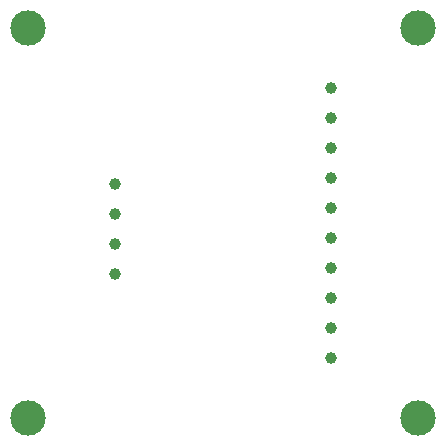
<source format=gbr>
%TF.GenerationSoftware,KiCad,Pcbnew,(6.0.4)*%
%TF.CreationDate,2022-07-17T12:51:17+02:00*%
%TF.ProjectId,usb_usart_CH340_full_5v,7573625f-7573-4617-9274-5f4348333430,rev?*%
%TF.SameCoordinates,PX47868c0PY2faf080*%
%TF.FileFunction,Plated,1,2,PTH,Drill*%
%TF.FilePolarity,Positive*%
%FSLAX46Y46*%
G04 Gerber Fmt 4.6, Leading zero omitted, Abs format (unit mm)*
G04 Created by KiCad (PCBNEW (6.0.4)) date 2022-07-17 12:51:17*
%MOMM*%
%LPD*%
G01*
G04 APERTURE LIST*
%TA.AperFunction,ComponentDrill*%
%ADD10C,1.000000*%
%TD*%
%TA.AperFunction,ComponentDrill*%
%ADD11C,3.000000*%
%TD*%
G04 APERTURE END LIST*
D10*
%TO.C,J1*%
X10875000Y-16680000D03*
X10875000Y-19220000D03*
X10875000Y-21760000D03*
X10875000Y-24300000D03*
%TO.C,J2*%
X29100000Y-8590000D03*
X29100000Y-11130000D03*
X29100000Y-13670000D03*
X29100000Y-16210000D03*
X29100000Y-18750000D03*
X29100000Y-21290000D03*
X29100000Y-23830000D03*
X29100000Y-26370000D03*
X29100000Y-28910000D03*
X29100000Y-31450000D03*
D11*
%TO.C,H1*%
X3500000Y-3500000D03*
%TO.C,H2*%
X3500000Y-36500000D03*
%TO.C,H4*%
X36500000Y-3500000D03*
%TO.C,H3*%
X36500000Y-36500000D03*
M02*

</source>
